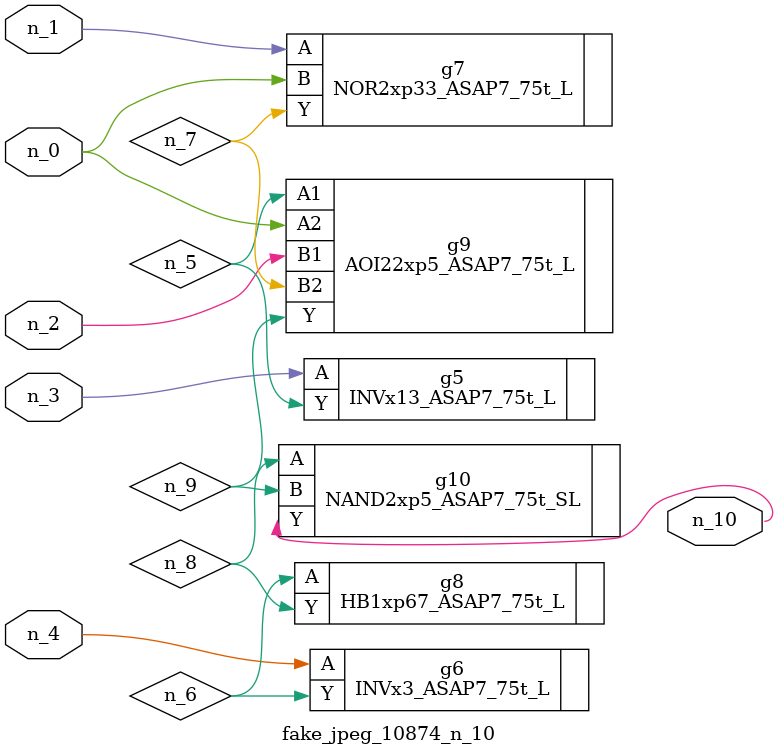
<source format=v>
module fake_jpeg_10874_n_10 (n_3, n_2, n_1, n_0, n_4, n_10);

input n_3;
input n_2;
input n_1;
input n_0;
input n_4;

output n_10;

wire n_8;
wire n_9;
wire n_6;
wire n_5;
wire n_7;

INVx13_ASAP7_75t_L g5 ( 
.A(n_3),
.Y(n_5)
);

INVx3_ASAP7_75t_L g6 ( 
.A(n_4),
.Y(n_6)
);

NOR2xp33_ASAP7_75t_L g7 ( 
.A(n_1),
.B(n_0),
.Y(n_7)
);

HB1xp67_ASAP7_75t_L g8 ( 
.A(n_6),
.Y(n_8)
);

NAND2xp5_ASAP7_75t_SL g10 ( 
.A(n_8),
.B(n_9),
.Y(n_10)
);

AOI22xp5_ASAP7_75t_L g9 ( 
.A1(n_5),
.A2(n_0),
.B1(n_2),
.B2(n_7),
.Y(n_9)
);


endmodule
</source>
